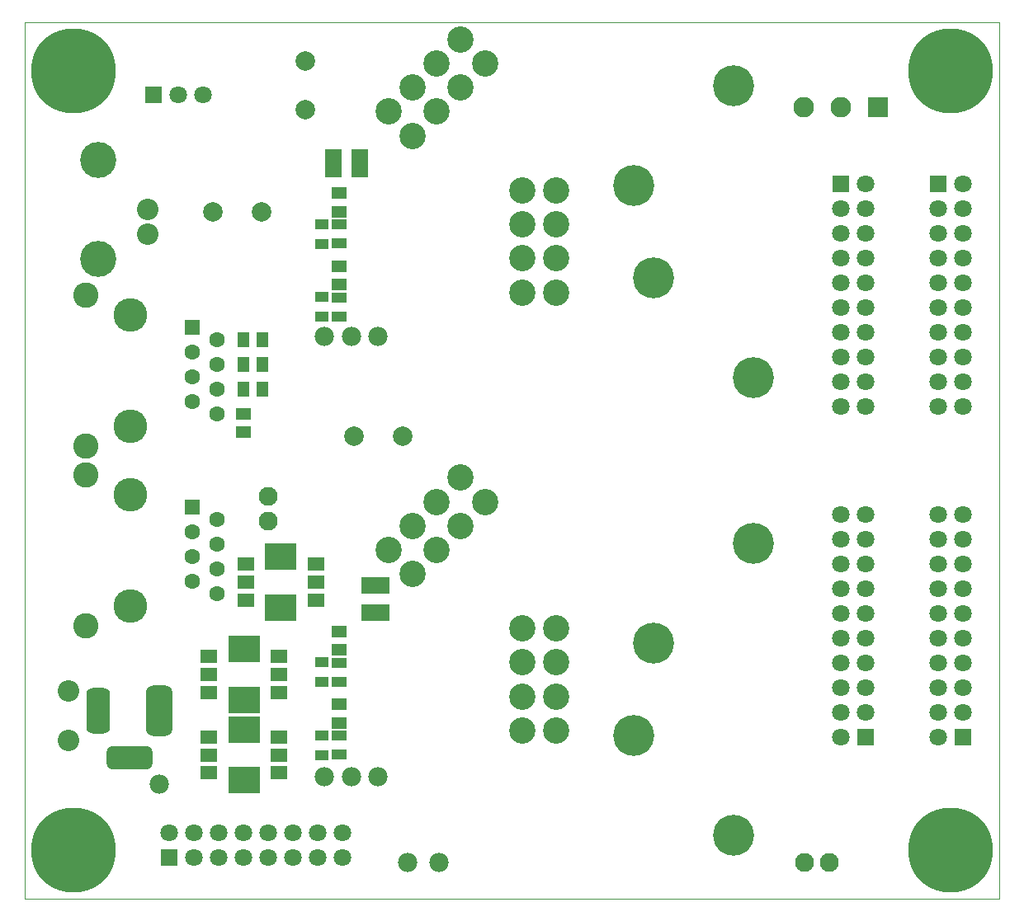
<source format=gts>
G04 Layer_Color=8388736*
%FSLAX25Y25*%
%MOIN*%
G70*
G01*
G75*
%ADD29C,0.00394*%
%ADD69R,0.05918X0.04737*%
%ADD70R,0.05721X0.04343*%
%ADD71R,0.04737X0.05918*%
%ADD72R,0.07099X0.05524*%
%ADD73R,0.12611X0.10642*%
%ADD74R,0.06115X0.04343*%
%ADD75R,0.06902X0.11824*%
%ADD76R,0.11824X0.06902*%
%ADD77C,0.07690*%
%ADD78C,0.07800*%
%ADD79C,0.07099*%
%ADD80R,0.07099X0.07099*%
%ADD81C,0.07887*%
%ADD82C,0.16548*%
%ADD83C,0.08674*%
%ADD84C,0.13595*%
%ADD85C,0.10249*%
%ADD86C,0.06312*%
%ADD87R,0.06312X0.06312*%
%ADD88C,0.14579*%
%ADD89C,0.10642*%
G04:AMPARAMS|DCode=90|XSize=185.16mil|YSize=96.58mil|CornerRadius=26.15mil|HoleSize=0mil|Usage=FLASHONLY|Rotation=270.000|XOffset=0mil|YOffset=0mil|HoleType=Round|Shape=RoundedRectangle|*
%AMROUNDEDRECTD90*
21,1,0.18516,0.04429,0,0,270.0*
21,1,0.13287,0.09658,0,0,270.0*
1,1,0.05229,-0.02215,-0.06644*
1,1,0.05229,-0.02215,0.06644*
1,1,0.05229,0.02215,0.06644*
1,1,0.05229,0.02215,-0.06644*
%
%ADD90ROUNDEDRECTD90*%
G04:AMPARAMS|DCode=91|XSize=185.16mil|YSize=96.58mil|CornerRadius=26.15mil|HoleSize=0mil|Usage=FLASHONLY|Rotation=0.000|XOffset=0mil|YOffset=0mil|HoleType=Round|Shape=RoundedRectangle|*
%AMROUNDEDRECTD91*
21,1,0.18516,0.04429,0,0,0.0*
21,1,0.13287,0.09658,0,0,0.0*
1,1,0.05229,0.06644,-0.02215*
1,1,0.05229,-0.06644,-0.02215*
1,1,0.05229,-0.06644,0.02215*
1,1,0.05229,0.06644,0.02215*
%
%ADD91ROUNDEDRECTD91*%
G04:AMPARAMS|DCode=92|XSize=204.85mil|YSize=106.42mil|CornerRadius=28.61mil|HoleSize=0mil|Usage=FLASHONLY|Rotation=90.000|XOffset=0mil|YOffset=0mil|HoleType=Round|Shape=RoundedRectangle|*
%AMROUNDEDRECTD92*
21,1,0.20485,0.04921,0,0,90.0*
21,1,0.14764,0.10642,0,0,90.0*
1,1,0.05721,0.02461,0.07382*
1,1,0.05721,0.02461,-0.07382*
1,1,0.05721,-0.02461,-0.07382*
1,1,0.05721,-0.02461,0.07382*
%
%ADD92ROUNDEDRECTD92*%
%ADD93C,0.08280*%
%ADD94R,0.08280X0.08280*%
%ADD95R,0.07099X0.07099*%
%ADD96C,0.34265*%
D29*
X0Y-177165D02*
X393701D01*
X0D02*
Y177165D01*
X393701Y-177165D02*
Y177165D01*
X0D02*
X393701D01*
D69*
X126969Y108071D02*
D03*
Y100591D02*
D03*
X88366Y11437D02*
D03*
Y18917D02*
D03*
X126969Y-69095D02*
D03*
Y-76575D02*
D03*
Y78543D02*
D03*
Y71063D02*
D03*
Y-98622D02*
D03*
Y-106102D02*
D03*
D70*
X120079Y87598D02*
D03*
Y95472D02*
D03*
Y58071D02*
D03*
Y65945D02*
D03*
Y-89567D02*
D03*
Y-81693D02*
D03*
Y-119095D02*
D03*
Y-111221D02*
D03*
D71*
X95846Y28917D02*
D03*
X88366D02*
D03*
X95846Y38917D02*
D03*
X88366D02*
D03*
X95846Y48917D02*
D03*
X88366D02*
D03*
D72*
X89173Y-41929D02*
D03*
Y-56496D02*
D03*
X117520D02*
D03*
Y-41929D02*
D03*
X89173Y-49213D02*
D03*
X117520D02*
D03*
X74410Y-111811D02*
D03*
Y-126378D02*
D03*
X102756D02*
D03*
Y-111811D02*
D03*
X74410Y-119095D02*
D03*
X102756D02*
D03*
X74410Y-79331D02*
D03*
Y-93898D02*
D03*
X102756D02*
D03*
Y-79331D02*
D03*
X74410Y-86614D02*
D03*
X102756D02*
D03*
D73*
X103347Y-59449D02*
D03*
Y-38976D02*
D03*
X88583Y-129331D02*
D03*
Y-108858D02*
D03*
Y-96850D02*
D03*
Y-76378D02*
D03*
D74*
X126969Y58169D02*
D03*
Y65847D02*
D03*
Y-118996D02*
D03*
Y-111319D02*
D03*
Y87697D02*
D03*
Y95374D02*
D03*
Y-89468D02*
D03*
Y-81791D02*
D03*
D75*
X124508Y120079D02*
D03*
X135335D02*
D03*
D76*
X141732Y-50689D02*
D03*
Y-61516D02*
D03*
D77*
X98425Y-24685D02*
D03*
Y-14685D02*
D03*
X324882Y-162402D02*
D03*
X314882D02*
D03*
D78*
X154528D02*
D03*
X54134Y-130905D02*
D03*
X167323Y-162402D02*
D03*
X131890Y50197D02*
D03*
X121063Y50197D02*
D03*
X142717Y50197D02*
D03*
X142717Y-127953D02*
D03*
X131890D02*
D03*
X121063D02*
D03*
D79*
X72008Y147638D02*
D03*
X62008D02*
D03*
X128347Y-150512D02*
D03*
Y-160512D02*
D03*
X118347Y-150512D02*
D03*
Y-160512D02*
D03*
X108346Y-150512D02*
D03*
Y-160512D02*
D03*
X98347Y-150512D02*
D03*
Y-160512D02*
D03*
X88346Y-150512D02*
D03*
Y-160512D02*
D03*
X78347Y-150512D02*
D03*
Y-160512D02*
D03*
X68347Y-150512D02*
D03*
Y-160512D02*
D03*
X58346Y-150512D02*
D03*
X379016Y111929D02*
D03*
X369016Y101929D02*
D03*
X379016D02*
D03*
X369016Y91929D02*
D03*
X379016D02*
D03*
X369016Y81929D02*
D03*
X379016D02*
D03*
X369016Y71929D02*
D03*
X379016D02*
D03*
X369016Y61929D02*
D03*
X379016D02*
D03*
X369016Y51929D02*
D03*
X379016D02*
D03*
X369016Y41929D02*
D03*
X379016D02*
D03*
X369016Y31929D02*
D03*
X379016D02*
D03*
X369016Y21929D02*
D03*
X379016D02*
D03*
X339646Y111929D02*
D03*
X329646Y101929D02*
D03*
X339646D02*
D03*
X329646Y91929D02*
D03*
X339646D02*
D03*
X329646Y81929D02*
D03*
X339646D02*
D03*
X329646Y71929D02*
D03*
X339646D02*
D03*
X329646Y61929D02*
D03*
X339646D02*
D03*
X329646Y51929D02*
D03*
X339646D02*
D03*
X329646Y41929D02*
D03*
X339646D02*
D03*
X329646Y31929D02*
D03*
X339646D02*
D03*
X329646Y21929D02*
D03*
X339646D02*
D03*
X369016Y-111929D02*
D03*
X379016Y-101929D02*
D03*
X369016D02*
D03*
X379016Y-91929D02*
D03*
X369016D02*
D03*
X379016Y-81929D02*
D03*
X369016D02*
D03*
X379016Y-71929D02*
D03*
X369016D02*
D03*
X379016Y-61929D02*
D03*
X369016D02*
D03*
X379016Y-51929D02*
D03*
X369016D02*
D03*
X379016Y-41929D02*
D03*
X369016D02*
D03*
X379016Y-31929D02*
D03*
X369016D02*
D03*
X379016Y-21929D02*
D03*
X369016D02*
D03*
X329646Y-111929D02*
D03*
X339646Y-101929D02*
D03*
X329646D02*
D03*
X339646Y-91929D02*
D03*
X329646D02*
D03*
X339646Y-81929D02*
D03*
X329646D02*
D03*
X339646Y-71929D02*
D03*
X329646D02*
D03*
X339646Y-61929D02*
D03*
X329646D02*
D03*
X339646Y-51929D02*
D03*
X329646D02*
D03*
X339646Y-41929D02*
D03*
X329646D02*
D03*
X339646Y-31929D02*
D03*
X329646D02*
D03*
X339646Y-21929D02*
D03*
X329646D02*
D03*
D80*
X52008Y147638D02*
D03*
X58346Y-160512D02*
D03*
D81*
X95472Y100394D02*
D03*
X75787D02*
D03*
X113189Y161417D02*
D03*
Y141732D02*
D03*
X132874Y9843D02*
D03*
X152559D02*
D03*
D82*
X294291Y-33465D02*
D03*
X253937Y-73819D02*
D03*
Y73819D02*
D03*
X294291Y33465D02*
D03*
X246063Y-111221D02*
D03*
X286417Y-151575D02*
D03*
Y151575D02*
D03*
X246063Y111221D02*
D03*
D83*
X17717Y-93347D02*
D03*
Y-113347D02*
D03*
X49528Y101378D02*
D03*
Y91378D02*
D03*
D84*
X42677Y13917D02*
D03*
Y58917D02*
D03*
Y-58917D02*
D03*
Y-13917D02*
D03*
D85*
X24685Y5905D02*
D03*
Y66929D02*
D03*
Y-66929D02*
D03*
Y-5905D02*
D03*
D86*
X77677Y18917D02*
D03*
X67677Y23917D02*
D03*
X77677Y28917D02*
D03*
X67677Y33917D02*
D03*
X77677Y38917D02*
D03*
X67677Y43917D02*
D03*
X77677Y48917D02*
D03*
Y-53917D02*
D03*
X67677Y-48917D02*
D03*
X77677Y-43917D02*
D03*
X67677Y-38917D02*
D03*
X77677Y-33917D02*
D03*
X67677Y-28917D02*
D03*
X77677Y-23917D02*
D03*
D87*
X67677Y53917D02*
D03*
Y-18917D02*
D03*
D88*
X29528Y81378D02*
D03*
Y121378D02*
D03*
D89*
X176082Y170176D02*
D03*
X185826Y160432D02*
D03*
X166339D02*
D03*
X176082Y150689D02*
D03*
X156595Y150689D02*
D03*
X166339Y140945D02*
D03*
X146851D02*
D03*
X156595Y131201D02*
D03*
X200787Y67913D02*
D03*
X214567D02*
D03*
X200787Y81693D02*
D03*
X214567D02*
D03*
X200787Y95472D02*
D03*
X214567D02*
D03*
X200787Y109252D02*
D03*
X214567D02*
D03*
X176082Y-6990D02*
D03*
X185826Y-16733D02*
D03*
X166339D02*
D03*
X176082Y-26477D02*
D03*
X156595Y-26477D02*
D03*
X166339Y-36220D02*
D03*
X146851D02*
D03*
X156595Y-45964D02*
D03*
X200787Y-109252D02*
D03*
X214567D02*
D03*
X200787Y-95472D02*
D03*
X214567D02*
D03*
X200787Y-81693D02*
D03*
X214567D02*
D03*
X200787Y-67913D02*
D03*
X214567D02*
D03*
D90*
X29528Y-101378D02*
D03*
D91*
X42323Y-120276D02*
D03*
D92*
X54134Y-101378D02*
D03*
D93*
X314724Y142717D02*
D03*
X329724D02*
D03*
D94*
X344724D02*
D03*
D95*
X369016Y111929D02*
D03*
X329646D02*
D03*
X379016Y-111929D02*
D03*
X339646D02*
D03*
D96*
X19685Y-157480D02*
D03*
Y157480D02*
D03*
X374016Y157480D02*
D03*
Y-157480D02*
D03*
M02*

</source>
